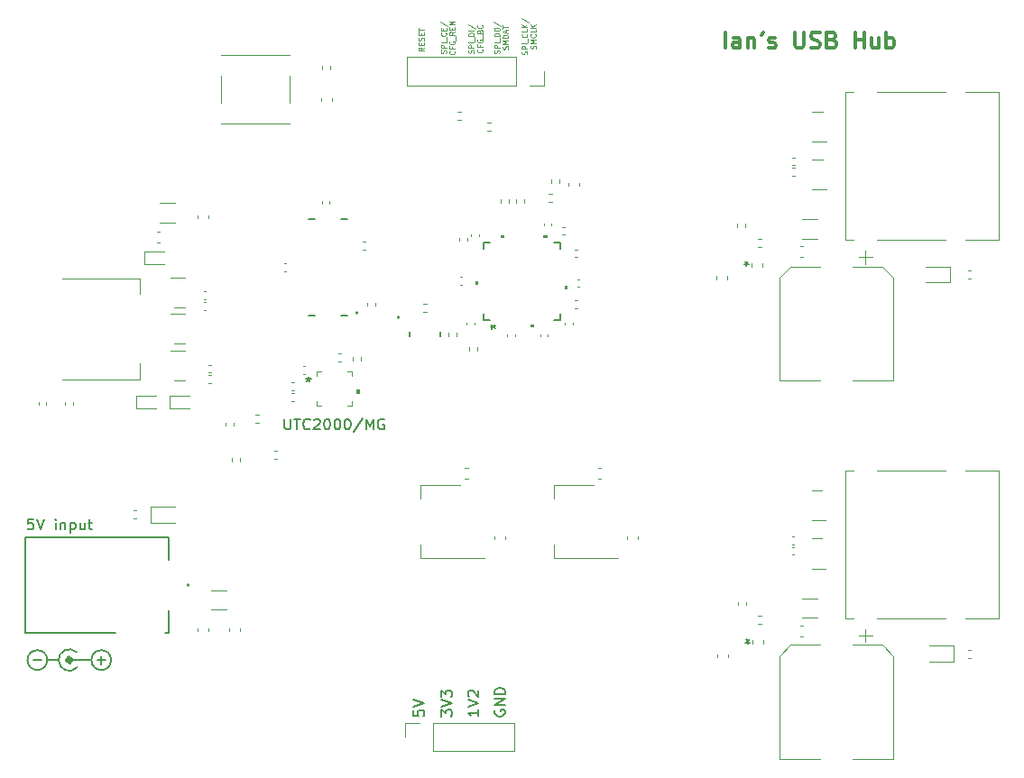
<source format=gbr>
%TF.GenerationSoftware,KiCad,Pcbnew,(6.0.11)*%
%TF.CreationDate,2023-09-18T23:50:21-04:00*%
%TF.ProjectId,USB-C-Hub,5553422d-432d-4487-9562-2e6b69636164,1.0*%
%TF.SameCoordinates,Original*%
%TF.FileFunction,Legend,Top*%
%TF.FilePolarity,Positive*%
%FSLAX46Y46*%
G04 Gerber Fmt 4.6, Leading zero omitted, Abs format (unit mm)*
G04 Created by KiCad (PCBNEW (6.0.11)) date 2023-09-18 23:50:21*
%MOMM*%
%LPD*%
G01*
G04 APERTURE LIST*
%ADD10C,0.075000*%
%ADD11C,0.150000*%
%ADD12C,0.300000*%
%ADD13C,0.120000*%
%ADD14C,0.152400*%
%ADD15C,0.500000*%
%ADD16C,0.100000*%
%ADD17C,0.127000*%
%ADD18C,0.200000*%
G04 APERTURE END LIST*
D10*
X90499880Y-29440476D02*
X90523690Y-29369047D01*
X90523690Y-29250000D01*
X90499880Y-29202380D01*
X90476071Y-29178571D01*
X90428452Y-29154761D01*
X90380833Y-29154761D01*
X90333214Y-29178571D01*
X90309404Y-29202380D01*
X90285595Y-29250000D01*
X90261785Y-29345238D01*
X90237976Y-29392857D01*
X90214166Y-29416666D01*
X90166547Y-29440476D01*
X90118928Y-29440476D01*
X90071309Y-29416666D01*
X90047500Y-29392857D01*
X90023690Y-29345238D01*
X90023690Y-29226190D01*
X90047500Y-29154761D01*
X90523690Y-28940476D02*
X90023690Y-28940476D01*
X90023690Y-28750000D01*
X90047500Y-28702380D01*
X90071309Y-28678571D01*
X90118928Y-28654761D01*
X90190357Y-28654761D01*
X90237976Y-28678571D01*
X90261785Y-28702380D01*
X90285595Y-28750000D01*
X90285595Y-28940476D01*
X90523690Y-28440476D02*
X90023690Y-28440476D01*
X90571309Y-28321428D02*
X90571309Y-27940476D01*
X90476071Y-27535714D02*
X90499880Y-27559523D01*
X90523690Y-27630952D01*
X90523690Y-27678571D01*
X90499880Y-27750000D01*
X90452261Y-27797619D01*
X90404642Y-27821428D01*
X90309404Y-27845238D01*
X90237976Y-27845238D01*
X90142738Y-27821428D01*
X90095119Y-27797619D01*
X90047500Y-27750000D01*
X90023690Y-27678571D01*
X90023690Y-27630952D01*
X90047500Y-27559523D01*
X90071309Y-27535714D01*
X90261785Y-27321428D02*
X90261785Y-27154761D01*
X90523690Y-27083333D02*
X90523690Y-27321428D01*
X90023690Y-27321428D01*
X90023690Y-27083333D01*
X89999880Y-26511904D02*
X90642738Y-26940476D01*
X91281071Y-29261904D02*
X91304880Y-29285714D01*
X91328690Y-29357142D01*
X91328690Y-29404761D01*
X91304880Y-29476190D01*
X91257261Y-29523809D01*
X91209642Y-29547619D01*
X91114404Y-29571428D01*
X91042976Y-29571428D01*
X90947738Y-29547619D01*
X90900119Y-29523809D01*
X90852500Y-29476190D01*
X90828690Y-29404761D01*
X90828690Y-29357142D01*
X90852500Y-29285714D01*
X90876309Y-29261904D01*
X91066785Y-28880952D02*
X91066785Y-29047619D01*
X91328690Y-29047619D02*
X90828690Y-29047619D01*
X90828690Y-28809523D01*
X90852500Y-28357142D02*
X90828690Y-28404761D01*
X90828690Y-28476190D01*
X90852500Y-28547619D01*
X90900119Y-28595238D01*
X90947738Y-28619047D01*
X91042976Y-28642857D01*
X91114404Y-28642857D01*
X91209642Y-28619047D01*
X91257261Y-28595238D01*
X91304880Y-28547619D01*
X91328690Y-28476190D01*
X91328690Y-28428571D01*
X91304880Y-28357142D01*
X91281071Y-28333333D01*
X91114404Y-28333333D01*
X91114404Y-28428571D01*
X91376309Y-28238095D02*
X91376309Y-27857142D01*
X91328690Y-27452380D02*
X91090595Y-27619047D01*
X91328690Y-27738095D02*
X90828690Y-27738095D01*
X90828690Y-27547619D01*
X90852500Y-27500000D01*
X90876309Y-27476190D01*
X90923928Y-27452380D01*
X90995357Y-27452380D01*
X91042976Y-27476190D01*
X91066785Y-27500000D01*
X91090595Y-27547619D01*
X91090595Y-27738095D01*
X91066785Y-27238095D02*
X91066785Y-27071428D01*
X91328690Y-27000000D02*
X91328690Y-27238095D01*
X90828690Y-27238095D01*
X90828690Y-27000000D01*
X91328690Y-26785714D02*
X90828690Y-26785714D01*
X91185833Y-26619047D01*
X90828690Y-26452380D01*
X91328690Y-26452380D01*
D11*
X93552380Y-91119047D02*
X93552380Y-91690476D01*
X93552380Y-91404761D02*
X92552380Y-91404761D01*
X92695238Y-91500000D01*
X92790476Y-91595238D01*
X92838095Y-91690476D01*
X92552380Y-90833333D02*
X93552380Y-90500000D01*
X92552380Y-90166666D01*
X92647619Y-89880952D02*
X92600000Y-89833333D01*
X92552380Y-89738095D01*
X92552380Y-89500000D01*
X92600000Y-89404761D01*
X92647619Y-89357142D01*
X92742857Y-89309523D01*
X92838095Y-89309523D01*
X92980952Y-89357142D01*
X93552380Y-89928571D01*
X93552380Y-89309523D01*
X90052380Y-91738095D02*
X90052380Y-91119047D01*
X90433333Y-91452380D01*
X90433333Y-91309523D01*
X90480952Y-91214285D01*
X90528571Y-91166666D01*
X90623809Y-91119047D01*
X90861904Y-91119047D01*
X90957142Y-91166666D01*
X91004761Y-91214285D01*
X91052380Y-91309523D01*
X91052380Y-91595238D01*
X91004761Y-91690476D01*
X90957142Y-91738095D01*
X90052380Y-90833333D02*
X91052380Y-90500000D01*
X90052380Y-90166666D01*
X90052380Y-89928571D02*
X90052380Y-89309523D01*
X90433333Y-89642857D01*
X90433333Y-89500000D01*
X90480952Y-89404761D01*
X90528571Y-89357142D01*
X90623809Y-89309523D01*
X90861904Y-89309523D01*
X90957142Y-89357142D01*
X91004761Y-89404761D01*
X91052380Y-89500000D01*
X91052380Y-89785714D01*
X91004761Y-89880952D01*
X90957142Y-89928571D01*
X51769047Y-86471428D02*
X52530952Y-86471428D01*
X95100000Y-91161904D02*
X95052380Y-91257142D01*
X95052380Y-91400000D01*
X95100000Y-91542857D01*
X95195238Y-91638095D01*
X95290476Y-91685714D01*
X95480952Y-91733333D01*
X95623809Y-91733333D01*
X95814285Y-91685714D01*
X95909523Y-91638095D01*
X96004761Y-91542857D01*
X96052380Y-91400000D01*
X96052380Y-91304761D01*
X96004761Y-91161904D01*
X95957142Y-91114285D01*
X95623809Y-91114285D01*
X95623809Y-91304761D01*
X96052380Y-90685714D02*
X95052380Y-90685714D01*
X96052380Y-90114285D01*
X95052380Y-90114285D01*
X96052380Y-89638095D02*
X95052380Y-89638095D01*
X95052380Y-89400000D01*
X95100000Y-89257142D01*
X95195238Y-89161904D01*
X95290476Y-89114285D01*
X95480952Y-89066666D01*
X95623809Y-89066666D01*
X95814285Y-89114285D01*
X95909523Y-89161904D01*
X96004761Y-89257142D01*
X96052380Y-89400000D01*
X96052380Y-89638095D01*
D10*
X88426190Y-28926190D02*
X88188095Y-29092857D01*
X88426190Y-29211904D02*
X87926190Y-29211904D01*
X87926190Y-29021428D01*
X87950000Y-28973809D01*
X87973809Y-28950000D01*
X88021428Y-28926190D01*
X88092857Y-28926190D01*
X88140476Y-28950000D01*
X88164285Y-28973809D01*
X88188095Y-29021428D01*
X88188095Y-29211904D01*
X88164285Y-28711904D02*
X88164285Y-28545238D01*
X88426190Y-28473809D02*
X88426190Y-28711904D01*
X87926190Y-28711904D01*
X87926190Y-28473809D01*
X88402380Y-28283333D02*
X88426190Y-28211904D01*
X88426190Y-28092857D01*
X88402380Y-28045238D01*
X88378571Y-28021428D01*
X88330952Y-27997619D01*
X88283333Y-27997619D01*
X88235714Y-28021428D01*
X88211904Y-28045238D01*
X88188095Y-28092857D01*
X88164285Y-28188095D01*
X88140476Y-28235714D01*
X88116666Y-28259523D01*
X88069047Y-28283333D01*
X88021428Y-28283333D01*
X87973809Y-28259523D01*
X87950000Y-28235714D01*
X87926190Y-28188095D01*
X87926190Y-28069047D01*
X87950000Y-27997619D01*
X88164285Y-27783333D02*
X88164285Y-27616666D01*
X88426190Y-27545238D02*
X88426190Y-27783333D01*
X87926190Y-27783333D01*
X87926190Y-27545238D01*
X87926190Y-27402380D02*
X87926190Y-27116666D01*
X88426190Y-27259523D02*
X87926190Y-27259523D01*
X98099880Y-29566666D02*
X98123690Y-29495238D01*
X98123690Y-29376190D01*
X98099880Y-29328571D01*
X98076071Y-29304761D01*
X98028452Y-29280952D01*
X97980833Y-29280952D01*
X97933214Y-29304761D01*
X97909404Y-29328571D01*
X97885595Y-29376190D01*
X97861785Y-29471428D01*
X97837976Y-29519047D01*
X97814166Y-29542857D01*
X97766547Y-29566666D01*
X97718928Y-29566666D01*
X97671309Y-29542857D01*
X97647500Y-29519047D01*
X97623690Y-29471428D01*
X97623690Y-29352380D01*
X97647500Y-29280952D01*
X98123690Y-29066666D02*
X97623690Y-29066666D01*
X97623690Y-28876190D01*
X97647500Y-28828571D01*
X97671309Y-28804761D01*
X97718928Y-28780952D01*
X97790357Y-28780952D01*
X97837976Y-28804761D01*
X97861785Y-28828571D01*
X97885595Y-28876190D01*
X97885595Y-29066666D01*
X98123690Y-28566666D02*
X97623690Y-28566666D01*
X98171309Y-28447619D02*
X98171309Y-28066666D01*
X98076071Y-27661904D02*
X98099880Y-27685714D01*
X98123690Y-27757142D01*
X98123690Y-27804761D01*
X98099880Y-27876190D01*
X98052261Y-27923809D01*
X98004642Y-27947619D01*
X97909404Y-27971428D01*
X97837976Y-27971428D01*
X97742738Y-27947619D01*
X97695119Y-27923809D01*
X97647500Y-27876190D01*
X97623690Y-27804761D01*
X97623690Y-27757142D01*
X97647500Y-27685714D01*
X97671309Y-27661904D01*
X98123690Y-27209523D02*
X98123690Y-27447619D01*
X97623690Y-27447619D01*
X98123690Y-27042857D02*
X97623690Y-27042857D01*
X98123690Y-26757142D02*
X97837976Y-26971428D01*
X97623690Y-26757142D02*
X97909404Y-27042857D01*
X97599880Y-26185714D02*
X98242738Y-26614285D01*
X98904880Y-29030952D02*
X98928690Y-28959523D01*
X98928690Y-28840476D01*
X98904880Y-28792857D01*
X98881071Y-28769047D01*
X98833452Y-28745238D01*
X98785833Y-28745238D01*
X98738214Y-28769047D01*
X98714404Y-28792857D01*
X98690595Y-28840476D01*
X98666785Y-28935714D01*
X98642976Y-28983333D01*
X98619166Y-29007142D01*
X98571547Y-29030952D01*
X98523928Y-29030952D01*
X98476309Y-29007142D01*
X98452500Y-28983333D01*
X98428690Y-28935714D01*
X98428690Y-28816666D01*
X98452500Y-28745238D01*
X98928690Y-28530952D02*
X98428690Y-28530952D01*
X98785833Y-28364285D01*
X98428690Y-28197619D01*
X98928690Y-28197619D01*
X98881071Y-27673809D02*
X98904880Y-27697619D01*
X98928690Y-27769047D01*
X98928690Y-27816666D01*
X98904880Y-27888095D01*
X98857261Y-27935714D01*
X98809642Y-27959523D01*
X98714404Y-27983333D01*
X98642976Y-27983333D01*
X98547738Y-27959523D01*
X98500119Y-27935714D01*
X98452500Y-27888095D01*
X98428690Y-27816666D01*
X98428690Y-27769047D01*
X98452500Y-27697619D01*
X98476309Y-27673809D01*
X98928690Y-27221428D02*
X98928690Y-27459523D01*
X98428690Y-27459523D01*
X98928690Y-27054761D02*
X98428690Y-27054761D01*
X98928690Y-26769047D02*
X98642976Y-26983333D01*
X98428690Y-26769047D02*
X98714404Y-27054761D01*
X93099880Y-29433333D02*
X93123690Y-29361904D01*
X93123690Y-29242857D01*
X93099880Y-29195238D01*
X93076071Y-29171428D01*
X93028452Y-29147619D01*
X92980833Y-29147619D01*
X92933214Y-29171428D01*
X92909404Y-29195238D01*
X92885595Y-29242857D01*
X92861785Y-29338095D01*
X92837976Y-29385714D01*
X92814166Y-29409523D01*
X92766547Y-29433333D01*
X92718928Y-29433333D01*
X92671309Y-29409523D01*
X92647500Y-29385714D01*
X92623690Y-29338095D01*
X92623690Y-29219047D01*
X92647500Y-29147619D01*
X93123690Y-28933333D02*
X92623690Y-28933333D01*
X92623690Y-28742857D01*
X92647500Y-28695238D01*
X92671309Y-28671428D01*
X92718928Y-28647619D01*
X92790357Y-28647619D01*
X92837976Y-28671428D01*
X92861785Y-28695238D01*
X92885595Y-28742857D01*
X92885595Y-28933333D01*
X93123690Y-28433333D02*
X92623690Y-28433333D01*
X93171309Y-28314285D02*
X93171309Y-27933333D01*
X93123690Y-27814285D02*
X92623690Y-27814285D01*
X92623690Y-27695238D01*
X92647500Y-27623809D01*
X92695119Y-27576190D01*
X92742738Y-27552380D01*
X92837976Y-27528571D01*
X92909404Y-27528571D01*
X93004642Y-27552380D01*
X93052261Y-27576190D01*
X93099880Y-27623809D01*
X93123690Y-27695238D01*
X93123690Y-27814285D01*
X93123690Y-27314285D02*
X92623690Y-27314285D01*
X92599880Y-26719047D02*
X93242738Y-27147619D01*
X93881071Y-29100000D02*
X93904880Y-29123809D01*
X93928690Y-29195238D01*
X93928690Y-29242857D01*
X93904880Y-29314285D01*
X93857261Y-29361904D01*
X93809642Y-29385714D01*
X93714404Y-29409523D01*
X93642976Y-29409523D01*
X93547738Y-29385714D01*
X93500119Y-29361904D01*
X93452500Y-29314285D01*
X93428690Y-29242857D01*
X93428690Y-29195238D01*
X93452500Y-29123809D01*
X93476309Y-29100000D01*
X93666785Y-28719047D02*
X93666785Y-28885714D01*
X93928690Y-28885714D02*
X93428690Y-28885714D01*
X93428690Y-28647619D01*
X93452500Y-28195238D02*
X93428690Y-28242857D01*
X93428690Y-28314285D01*
X93452500Y-28385714D01*
X93500119Y-28433333D01*
X93547738Y-28457142D01*
X93642976Y-28480952D01*
X93714404Y-28480952D01*
X93809642Y-28457142D01*
X93857261Y-28433333D01*
X93904880Y-28385714D01*
X93928690Y-28314285D01*
X93928690Y-28266666D01*
X93904880Y-28195238D01*
X93881071Y-28171428D01*
X93714404Y-28171428D01*
X93714404Y-28266666D01*
X93976309Y-28076190D02*
X93976309Y-27695238D01*
X93666785Y-27409523D02*
X93690595Y-27338095D01*
X93714404Y-27314285D01*
X93762023Y-27290476D01*
X93833452Y-27290476D01*
X93881071Y-27314285D01*
X93904880Y-27338095D01*
X93928690Y-27385714D01*
X93928690Y-27576190D01*
X93428690Y-27576190D01*
X93428690Y-27409523D01*
X93452500Y-27361904D01*
X93476309Y-27338095D01*
X93523928Y-27314285D01*
X93571547Y-27314285D01*
X93619166Y-27338095D01*
X93642976Y-27361904D01*
X93666785Y-27409523D01*
X93666785Y-27576190D01*
X93881071Y-26790476D02*
X93904880Y-26814285D01*
X93928690Y-26885714D01*
X93928690Y-26933333D01*
X93904880Y-27004761D01*
X93857261Y-27052380D01*
X93809642Y-27076190D01*
X93714404Y-27100000D01*
X93642976Y-27100000D01*
X93547738Y-27076190D01*
X93500119Y-27052380D01*
X93452500Y-27004761D01*
X93428690Y-26933333D01*
X93428690Y-26885714D01*
X93452500Y-26814285D01*
X93476309Y-26790476D01*
D11*
X57769047Y-86446428D02*
X58530952Y-86446428D01*
X58150000Y-86827380D02*
X58150000Y-86065476D01*
D12*
X116742857Y-28978571D02*
X116742857Y-27478571D01*
X118100000Y-28978571D02*
X118100000Y-28192857D01*
X118028571Y-28050000D01*
X117885714Y-27978571D01*
X117600000Y-27978571D01*
X117457142Y-28050000D01*
X118100000Y-28907142D02*
X117957142Y-28978571D01*
X117600000Y-28978571D01*
X117457142Y-28907142D01*
X117385714Y-28764285D01*
X117385714Y-28621428D01*
X117457142Y-28478571D01*
X117600000Y-28407142D01*
X117957142Y-28407142D01*
X118100000Y-28335714D01*
X118814285Y-27978571D02*
X118814285Y-28978571D01*
X118814285Y-28121428D02*
X118885714Y-28050000D01*
X119028571Y-27978571D01*
X119242857Y-27978571D01*
X119385714Y-28050000D01*
X119457142Y-28192857D01*
X119457142Y-28978571D01*
X120242857Y-27478571D02*
X120100000Y-27764285D01*
X120814285Y-28907142D02*
X120957142Y-28978571D01*
X121242857Y-28978571D01*
X121385714Y-28907142D01*
X121457142Y-28764285D01*
X121457142Y-28692857D01*
X121385714Y-28550000D01*
X121242857Y-28478571D01*
X121028571Y-28478571D01*
X120885714Y-28407142D01*
X120814285Y-28264285D01*
X120814285Y-28192857D01*
X120885714Y-28050000D01*
X121028571Y-27978571D01*
X121242857Y-27978571D01*
X121385714Y-28050000D01*
X123242857Y-27478571D02*
X123242857Y-28692857D01*
X123314285Y-28835714D01*
X123385714Y-28907142D01*
X123528571Y-28978571D01*
X123814285Y-28978571D01*
X123957142Y-28907142D01*
X124028571Y-28835714D01*
X124100000Y-28692857D01*
X124100000Y-27478571D01*
X124742857Y-28907142D02*
X124957142Y-28978571D01*
X125314285Y-28978571D01*
X125457142Y-28907142D01*
X125528571Y-28835714D01*
X125600000Y-28692857D01*
X125600000Y-28550000D01*
X125528571Y-28407142D01*
X125457142Y-28335714D01*
X125314285Y-28264285D01*
X125028571Y-28192857D01*
X124885714Y-28121428D01*
X124814285Y-28050000D01*
X124742857Y-27907142D01*
X124742857Y-27764285D01*
X124814285Y-27621428D01*
X124885714Y-27550000D01*
X125028571Y-27478571D01*
X125385714Y-27478571D01*
X125600000Y-27550000D01*
X126742857Y-28192857D02*
X126957142Y-28264285D01*
X127028571Y-28335714D01*
X127100000Y-28478571D01*
X127100000Y-28692857D01*
X127028571Y-28835714D01*
X126957142Y-28907142D01*
X126814285Y-28978571D01*
X126242857Y-28978571D01*
X126242857Y-27478571D01*
X126742857Y-27478571D01*
X126885714Y-27550000D01*
X126957142Y-27621428D01*
X127028571Y-27764285D01*
X127028571Y-27907142D01*
X126957142Y-28050000D01*
X126885714Y-28121428D01*
X126742857Y-28192857D01*
X126242857Y-28192857D01*
X128885714Y-28978571D02*
X128885714Y-27478571D01*
X128885714Y-28192857D02*
X129742857Y-28192857D01*
X129742857Y-28978571D02*
X129742857Y-27478571D01*
X131100000Y-27978571D02*
X131100000Y-28978571D01*
X130457142Y-27978571D02*
X130457142Y-28764285D01*
X130528571Y-28907142D01*
X130671428Y-28978571D01*
X130885714Y-28978571D01*
X131028571Y-28907142D01*
X131100000Y-28835714D01*
X131814285Y-28978571D02*
X131814285Y-27478571D01*
X131814285Y-28050000D02*
X131957142Y-27978571D01*
X132242857Y-27978571D01*
X132385714Y-28050000D01*
X132457142Y-28121428D01*
X132528571Y-28264285D01*
X132528571Y-28692857D01*
X132457142Y-28835714D01*
X132385714Y-28907142D01*
X132242857Y-28978571D01*
X131957142Y-28978571D01*
X131814285Y-28907142D01*
D11*
X51772619Y-73202380D02*
X51296428Y-73202380D01*
X51248809Y-73678571D01*
X51296428Y-73630952D01*
X51391666Y-73583333D01*
X51629761Y-73583333D01*
X51725000Y-73630952D01*
X51772619Y-73678571D01*
X51820238Y-73773809D01*
X51820238Y-74011904D01*
X51772619Y-74107142D01*
X51725000Y-74154761D01*
X51629761Y-74202380D01*
X51391666Y-74202380D01*
X51296428Y-74154761D01*
X51248809Y-74107142D01*
X52105952Y-73202380D02*
X52439285Y-74202380D01*
X52772619Y-73202380D01*
X53867857Y-74202380D02*
X53867857Y-73535714D01*
X53867857Y-73202380D02*
X53820238Y-73250000D01*
X53867857Y-73297619D01*
X53915476Y-73250000D01*
X53867857Y-73202380D01*
X53867857Y-73297619D01*
X54344047Y-73535714D02*
X54344047Y-74202380D01*
X54344047Y-73630952D02*
X54391666Y-73583333D01*
X54486904Y-73535714D01*
X54629761Y-73535714D01*
X54725000Y-73583333D01*
X54772619Y-73678571D01*
X54772619Y-74202380D01*
X55248809Y-73535714D02*
X55248809Y-74535714D01*
X55248809Y-73583333D02*
X55344047Y-73535714D01*
X55534523Y-73535714D01*
X55629761Y-73583333D01*
X55677380Y-73630952D01*
X55725000Y-73726190D01*
X55725000Y-74011904D01*
X55677380Y-74107142D01*
X55629761Y-74154761D01*
X55534523Y-74202380D01*
X55344047Y-74202380D01*
X55248809Y-74154761D01*
X56582142Y-73535714D02*
X56582142Y-74202380D01*
X56153571Y-73535714D02*
X56153571Y-74059523D01*
X56201190Y-74154761D01*
X56296428Y-74202380D01*
X56439285Y-74202380D01*
X56534523Y-74154761D01*
X56582142Y-74107142D01*
X56915476Y-73535714D02*
X57296428Y-73535714D01*
X57058333Y-73202380D02*
X57058333Y-74059523D01*
X57105952Y-74154761D01*
X57201190Y-74202380D01*
X57296428Y-74202380D01*
X87452380Y-91190476D02*
X87452380Y-91666666D01*
X87928571Y-91714285D01*
X87880952Y-91666666D01*
X87833333Y-91571428D01*
X87833333Y-91333333D01*
X87880952Y-91238095D01*
X87928571Y-91190476D01*
X88023809Y-91142857D01*
X88261904Y-91142857D01*
X88357142Y-91190476D01*
X88404761Y-91238095D01*
X88452380Y-91333333D01*
X88452380Y-91571428D01*
X88404761Y-91666666D01*
X88357142Y-91714285D01*
X87452380Y-90857142D02*
X88452380Y-90523809D01*
X87452380Y-90190476D01*
D10*
X95499880Y-29476190D02*
X95523690Y-29404761D01*
X95523690Y-29285714D01*
X95499880Y-29238095D01*
X95476071Y-29214285D01*
X95428452Y-29190476D01*
X95380833Y-29190476D01*
X95333214Y-29214285D01*
X95309404Y-29238095D01*
X95285595Y-29285714D01*
X95261785Y-29380952D01*
X95237976Y-29428571D01*
X95214166Y-29452380D01*
X95166547Y-29476190D01*
X95118928Y-29476190D01*
X95071309Y-29452380D01*
X95047500Y-29428571D01*
X95023690Y-29380952D01*
X95023690Y-29261904D01*
X95047500Y-29190476D01*
X95523690Y-28976190D02*
X95023690Y-28976190D01*
X95023690Y-28785714D01*
X95047500Y-28738095D01*
X95071309Y-28714285D01*
X95118928Y-28690476D01*
X95190357Y-28690476D01*
X95237976Y-28714285D01*
X95261785Y-28738095D01*
X95285595Y-28785714D01*
X95285595Y-28976190D01*
X95523690Y-28476190D02*
X95023690Y-28476190D01*
X95571309Y-28357142D02*
X95571309Y-27976190D01*
X95523690Y-27857142D02*
X95023690Y-27857142D01*
X95023690Y-27738095D01*
X95047500Y-27666666D01*
X95095119Y-27619047D01*
X95142738Y-27595238D01*
X95237976Y-27571428D01*
X95309404Y-27571428D01*
X95404642Y-27595238D01*
X95452261Y-27619047D01*
X95499880Y-27666666D01*
X95523690Y-27738095D01*
X95523690Y-27857142D01*
X95023690Y-27261904D02*
X95023690Y-27166666D01*
X95047500Y-27119047D01*
X95095119Y-27071428D01*
X95190357Y-27047619D01*
X95357023Y-27047619D01*
X95452261Y-27071428D01*
X95499880Y-27119047D01*
X95523690Y-27166666D01*
X95523690Y-27261904D01*
X95499880Y-27309523D01*
X95452261Y-27357142D01*
X95357023Y-27380952D01*
X95190357Y-27380952D01*
X95095119Y-27357142D01*
X95047500Y-27309523D01*
X95023690Y-27261904D01*
X94999880Y-26476190D02*
X95642738Y-26904761D01*
X96304880Y-29083333D02*
X96328690Y-29011904D01*
X96328690Y-28892857D01*
X96304880Y-28845238D01*
X96281071Y-28821428D01*
X96233452Y-28797619D01*
X96185833Y-28797619D01*
X96138214Y-28821428D01*
X96114404Y-28845238D01*
X96090595Y-28892857D01*
X96066785Y-28988095D01*
X96042976Y-29035714D01*
X96019166Y-29059523D01*
X95971547Y-29083333D01*
X95923928Y-29083333D01*
X95876309Y-29059523D01*
X95852500Y-29035714D01*
X95828690Y-28988095D01*
X95828690Y-28869047D01*
X95852500Y-28797619D01*
X96328690Y-28583333D02*
X95828690Y-28583333D01*
X96185833Y-28416666D01*
X95828690Y-28250000D01*
X96328690Y-28250000D01*
X96328690Y-28011904D02*
X95828690Y-28011904D01*
X95828690Y-27892857D01*
X95852500Y-27821428D01*
X95900119Y-27773809D01*
X95947738Y-27750000D01*
X96042976Y-27726190D01*
X96114404Y-27726190D01*
X96209642Y-27750000D01*
X96257261Y-27773809D01*
X96304880Y-27821428D01*
X96328690Y-27892857D01*
X96328690Y-28011904D01*
X96185833Y-27535714D02*
X96185833Y-27297619D01*
X96328690Y-27583333D02*
X95828690Y-27416666D01*
X96328690Y-27250000D01*
X95828690Y-27154761D02*
X95828690Y-26869047D01*
X96328690Y-27011904D02*
X95828690Y-27011904D01*
D11*
%TO.C,U1*%
X94672381Y-55146400D02*
X94910477Y-55146400D01*
X94815239Y-55384495D02*
X94910477Y-55146400D01*
X94815239Y-54908304D01*
X95100953Y-55289257D02*
X94910477Y-55146400D01*
X95100953Y-55003542D01*
%TO.C,U7*%
X118700000Y-49447619D02*
X118700000Y-49209523D01*
X118938095Y-49304761D02*
X118700000Y-49209523D01*
X118461904Y-49304761D01*
X118842857Y-49019047D02*
X118700000Y-49209523D01*
X118557142Y-49019047D01*
%TO.C,U4*%
X118800000Y-84947619D02*
X118800000Y-84709523D01*
X119038095Y-84804761D02*
X118800000Y-84709523D01*
X118561904Y-84804761D01*
X118942857Y-84519047D02*
X118800000Y-84709523D01*
X118657142Y-84519047D01*
%TO.C,U2*%
X75353333Y-63802380D02*
X75353333Y-64611904D01*
X75400952Y-64707142D01*
X75448571Y-64754761D01*
X75543809Y-64802380D01*
X75734285Y-64802380D01*
X75829523Y-64754761D01*
X75877142Y-64707142D01*
X75924761Y-64611904D01*
X75924761Y-63802380D01*
X76258095Y-63802380D02*
X76829523Y-63802380D01*
X76543809Y-64802380D02*
X76543809Y-63802380D01*
X77734285Y-64707142D02*
X77686666Y-64754761D01*
X77543809Y-64802380D01*
X77448571Y-64802380D01*
X77305714Y-64754761D01*
X77210476Y-64659523D01*
X77162857Y-64564285D01*
X77115238Y-64373809D01*
X77115238Y-64230952D01*
X77162857Y-64040476D01*
X77210476Y-63945238D01*
X77305714Y-63850000D01*
X77448571Y-63802380D01*
X77543809Y-63802380D01*
X77686666Y-63850000D01*
X77734285Y-63897619D01*
X78115238Y-63897619D02*
X78162857Y-63850000D01*
X78258095Y-63802380D01*
X78496190Y-63802380D01*
X78591428Y-63850000D01*
X78639047Y-63897619D01*
X78686666Y-63992857D01*
X78686666Y-64088095D01*
X78639047Y-64230952D01*
X78067619Y-64802380D01*
X78686666Y-64802380D01*
X79305714Y-63802380D02*
X79400952Y-63802380D01*
X79496190Y-63850000D01*
X79543809Y-63897619D01*
X79591428Y-63992857D01*
X79639047Y-64183333D01*
X79639047Y-64421428D01*
X79591428Y-64611904D01*
X79543809Y-64707142D01*
X79496190Y-64754761D01*
X79400952Y-64802380D01*
X79305714Y-64802380D01*
X79210476Y-64754761D01*
X79162857Y-64707142D01*
X79115238Y-64611904D01*
X79067619Y-64421428D01*
X79067619Y-64183333D01*
X79115238Y-63992857D01*
X79162857Y-63897619D01*
X79210476Y-63850000D01*
X79305714Y-63802380D01*
X80258095Y-63802380D02*
X80353333Y-63802380D01*
X80448571Y-63850000D01*
X80496190Y-63897619D01*
X80543809Y-63992857D01*
X80591428Y-64183333D01*
X80591428Y-64421428D01*
X80543809Y-64611904D01*
X80496190Y-64707142D01*
X80448571Y-64754761D01*
X80353333Y-64802380D01*
X80258095Y-64802380D01*
X80162857Y-64754761D01*
X80115238Y-64707142D01*
X80067619Y-64611904D01*
X80020000Y-64421428D01*
X80020000Y-64183333D01*
X80067619Y-63992857D01*
X80115238Y-63897619D01*
X80162857Y-63850000D01*
X80258095Y-63802380D01*
X81210476Y-63802380D02*
X81305714Y-63802380D01*
X81400952Y-63850000D01*
X81448571Y-63897619D01*
X81496190Y-63992857D01*
X81543809Y-64183333D01*
X81543809Y-64421428D01*
X81496190Y-64611904D01*
X81448571Y-64707142D01*
X81400952Y-64754761D01*
X81305714Y-64802380D01*
X81210476Y-64802380D01*
X81115238Y-64754761D01*
X81067619Y-64707142D01*
X81020000Y-64611904D01*
X80972380Y-64421428D01*
X80972380Y-64183333D01*
X81020000Y-63992857D01*
X81067619Y-63897619D01*
X81115238Y-63850000D01*
X81210476Y-63802380D01*
X82686666Y-63754761D02*
X81829523Y-65040476D01*
X83020000Y-64802380D02*
X83020000Y-63802380D01*
X83353333Y-64516666D01*
X83686666Y-63802380D01*
X83686666Y-64802380D01*
X84686666Y-63850000D02*
X84591428Y-63802380D01*
X84448571Y-63802380D01*
X84305714Y-63850000D01*
X84210476Y-63945238D01*
X84162857Y-64040476D01*
X84115238Y-64230952D01*
X84115238Y-64373809D01*
X84162857Y-64564285D01*
X84210476Y-64659523D01*
X84305714Y-64754761D01*
X84448571Y-64802380D01*
X84543809Y-64802380D01*
X84686666Y-64754761D01*
X84734285Y-64707142D01*
X84734285Y-64373809D01*
X84543809Y-64373809D01*
X77581600Y-59852380D02*
X77581600Y-60090476D01*
X77343504Y-59995238D02*
X77581600Y-60090476D01*
X77819695Y-59995238D01*
X77438742Y-60280952D02*
X77581600Y-60090476D01*
X77724457Y-60280952D01*
D13*
%TO.C,C8*%
X68230000Y-44709420D02*
X68230000Y-44990580D01*
X67210000Y-44709420D02*
X67210000Y-44990580D01*
%TO.C,C45*%
X120230000Y-49209420D02*
X120230000Y-49490580D01*
X119210000Y-49209420D02*
X119210000Y-49490580D01*
%TO.C,R8*%
X78880000Y-30638205D02*
X78880000Y-30945487D01*
X79640000Y-30638205D02*
X79640000Y-30945487D01*
%TO.C,C35*%
X102612165Y-47886400D02*
X102827837Y-47886400D01*
X102612165Y-48606400D02*
X102827837Y-48606400D01*
%TO.C,C39*%
X131415563Y-49490000D02*
X132480000Y-50554437D01*
X130505000Y-48625000D02*
X129255000Y-48625000D01*
X129880000Y-48000000D02*
X129880000Y-49250000D01*
X122824437Y-49490000D02*
X121760000Y-50554437D01*
X121760000Y-60210000D02*
X125610000Y-60210000D01*
X132480000Y-50554437D02*
X132480000Y-60210000D01*
X131415563Y-49490000D02*
X128630000Y-49490000D01*
X132480000Y-60210000D02*
X128630000Y-60210000D01*
X122824437Y-49490000D02*
X125610000Y-49490000D01*
X121760000Y-50554437D02*
X121760000Y-60210000D01*
%TO.C,Rlimit1*%
X119791659Y-82270000D02*
X120098941Y-82270000D01*
X119791659Y-83030000D02*
X120098941Y-83030000D01*
%TO.C,C23*%
X108530001Y-75090580D02*
X108530001Y-74809420D01*
X107510001Y-75090580D02*
X107510001Y-74809420D01*
%TO.C,SW1*%
X75850000Y-36080000D02*
X75850000Y-36050000D01*
X69390000Y-31550000D02*
X69390000Y-34150000D01*
X75850000Y-29620000D02*
X75850000Y-29650000D01*
X69390000Y-29650000D02*
X69390000Y-29620000D01*
X75850000Y-31550000D02*
X75850000Y-34150000D01*
X69390000Y-36080000D02*
X75850000Y-36080000D01*
X69390000Y-29620000D02*
X75850000Y-29620000D01*
X69390000Y-36080000D02*
X69390000Y-36050000D01*
D14*
%TO.C,U1*%
X93987800Y-47217800D02*
X93987800Y-47815660D01*
X101252200Y-47815660D02*
X101252200Y-47217800D01*
X100654340Y-54482200D02*
X101252200Y-54482200D01*
X94585660Y-47217800D02*
X93987800Y-47217800D01*
X93987800Y-54482200D02*
X94585660Y-54482200D01*
X101252200Y-54482200D02*
X101252200Y-53884340D01*
X93987800Y-53884340D02*
X93987800Y-54482200D01*
X101252200Y-47217800D02*
X100654340Y-47217800D01*
G36*
X93556000Y-51240500D02*
G01*
X93302000Y-51240500D01*
X93302000Y-50859500D01*
X93556000Y-50859500D01*
X93556000Y-51240500D01*
G37*
G36*
X100010501Y-46786000D02*
G01*
X99629501Y-46786000D01*
X99629501Y-46532000D01*
X100010501Y-46532000D01*
X100010501Y-46786000D01*
G37*
G36*
X96010501Y-46786000D02*
G01*
X95629501Y-46786000D01*
X95629501Y-46532000D01*
X96010501Y-46532000D01*
X96010501Y-46786000D01*
G37*
G36*
X98810501Y-55168000D02*
G01*
X98429501Y-55168000D01*
X98429501Y-54914000D01*
X98810501Y-54914000D01*
X98810501Y-55168000D01*
G37*
G36*
X101938000Y-51640499D02*
G01*
X101684000Y-51640499D01*
X101684000Y-51259499D01*
X101938000Y-51259499D01*
X101938000Y-51640499D01*
G37*
D13*
%TO.C,D3*%
X66420000Y-61650000D02*
X64570000Y-61650000D01*
X64570000Y-61650000D02*
X64570000Y-62850000D01*
X66420000Y-62850000D02*
X64570000Y-62850000D01*
%TO.C,CR1*%
X65980000Y-53950000D02*
X64680000Y-53950000D01*
X65980000Y-56750000D02*
X64980000Y-56750000D01*
%TO.C,R16*%
X93400000Y-57096359D02*
X93400000Y-57403641D01*
X92640000Y-57096359D02*
X92640000Y-57403641D01*
%TO.C,D2*%
X64020000Y-48050000D02*
X62170000Y-48050000D01*
X64020000Y-49250000D02*
X62170000Y-49250000D01*
X62170000Y-48050000D02*
X62170000Y-49250000D01*
%TO.C,R18*%
X55500000Y-62196359D02*
X55500000Y-62503641D01*
X54740000Y-62196359D02*
X54740000Y-62503641D01*
%TO.C,CR4*%
X124820000Y-70550000D02*
X125820000Y-70550000D01*
X124820000Y-73350000D02*
X126120000Y-73350000D01*
%TO.C,C13*%
X67762164Y-52560000D02*
X67977836Y-52560000D01*
X67762164Y-51840000D02*
X67977836Y-51840000D01*
%TO.C,R20*%
X61453641Y-72420000D02*
X61146359Y-72420000D01*
X61453641Y-73180000D02*
X61146359Y-73180000D01*
D11*
%TO.C,REF\u002A\u002A*%
X55150000Y-86450000D02*
X57150000Y-86450000D01*
X53150000Y-86450000D02*
X54050000Y-86450000D01*
X55825000Y-85700000D02*
G75*
G03*
X55900000Y-87125000I-675000J-750000D01*
G01*
X59075000Y-86450000D02*
G75*
G03*
X59075000Y-86450000I-925000J0D01*
G01*
D15*
X55325000Y-86450000D02*
G75*
G03*
X55325000Y-86450000I-175000J0D01*
G01*
D11*
X53075000Y-86450000D02*
G75*
G03*
X53075000Y-86450000I-925000J0D01*
G01*
D13*
%TO.C,C24*%
X105060581Y-68440000D02*
X104779421Y-68440000D01*
X105060581Y-69460000D02*
X104779421Y-69460000D01*
%TO.C,C41*%
X92027836Y-50490000D02*
X91812164Y-50490000D01*
X92027836Y-51210000D02*
X91812164Y-51210000D01*
%TO.C,C4*%
X122962164Y-75560000D02*
X123177836Y-75560000D01*
X122962164Y-74840000D02*
X123177836Y-74840000D01*
%TO.C,R5*%
X97800000Y-43196359D02*
X97800000Y-43503641D01*
X97040000Y-43196359D02*
X97040000Y-43503641D01*
%TO.C,C38*%
X123729420Y-47590000D02*
X124010580Y-47590000D01*
X123729420Y-48610000D02*
X124010580Y-48610000D01*
%TO.C,R15*%
X91596359Y-35730000D02*
X91903641Y-35730000D01*
X91596359Y-34970000D02*
X91903641Y-34970000D01*
%TO.C,C32*%
X93580000Y-46657836D02*
X93580000Y-46442164D01*
X92860000Y-46657836D02*
X92860000Y-46442164D01*
%TO.C,CR6*%
X124870000Y-37750000D02*
X126170000Y-37750000D01*
X124870000Y-34950000D02*
X125870000Y-34950000D01*
%TO.C,C44*%
X82712164Y-47910000D02*
X82927836Y-47910000D01*
X82712164Y-47190000D02*
X82927836Y-47190000D01*
%TO.C,R19*%
X118625300Y-80996359D02*
X118625300Y-81303641D01*
X117865300Y-80996359D02*
X117865300Y-81303641D01*
%TO.C,C1*%
X90740000Y-55696359D02*
X90740000Y-56003641D01*
X91500000Y-55696359D02*
X91500000Y-56003641D01*
%TO.C,D4*%
X63320000Y-61650000D02*
X61470000Y-61650000D01*
X63320000Y-62850000D02*
X61470000Y-62850000D01*
X61470000Y-61650000D02*
X61470000Y-62850000D01*
%TO.C,C36*%
X102812165Y-51406400D02*
X103027837Y-51406400D01*
X102812165Y-50686400D02*
X103027837Y-50686400D01*
%TO.C,R12*%
X94396359Y-35970000D02*
X94703641Y-35970000D01*
X94396359Y-36730000D02*
X94703641Y-36730000D01*
%TO.C,C30*%
X101412164Y-46510000D02*
X101627836Y-46510000D01*
X101412164Y-45790000D02*
X101627836Y-45790000D01*
%TO.C,R10*%
X74673641Y-67530000D02*
X74366359Y-67530000D01*
X74673641Y-66770000D02*
X74366359Y-66770000D01*
%TO.C,R21*%
X139466359Y-86230000D02*
X139773641Y-86230000D01*
X139466359Y-85470000D02*
X139773641Y-85470000D01*
%TO.C,R14*%
X69820000Y-64146359D02*
X69820000Y-64453641D01*
X70580000Y-64146359D02*
X70580000Y-64453641D01*
%TO.C,C31*%
X102612165Y-52686400D02*
X102827837Y-52686400D01*
X102612165Y-53406400D02*
X102827837Y-53406400D01*
%TO.C,R7*%
X75966359Y-61370000D02*
X76273641Y-61370000D01*
X75966359Y-62130000D02*
X76273641Y-62130000D01*
%TO.C,C28*%
X92480000Y-47057836D02*
X92480000Y-46842164D01*
X91760000Y-47057836D02*
X91760000Y-46842164D01*
%TO.C,C33*%
X96260000Y-55838564D02*
X96260000Y-56054236D01*
X96980000Y-55838564D02*
X96980000Y-56054236D01*
%TO.C,U6*%
X88110001Y-76860000D02*
X88110001Y-75600000D01*
X88110001Y-70040000D02*
X88110001Y-71300000D01*
X91870001Y-70040000D02*
X88110001Y-70040000D01*
X94120001Y-76860000D02*
X88110001Y-76860000D01*
%TO.C,C16*%
X68212164Y-60435000D02*
X68427836Y-60435000D01*
X68212164Y-59715000D02*
X68427836Y-59715000D01*
%TO.C,FB1*%
X63592936Y-45360000D02*
X65047064Y-45360000D01*
X63592936Y-43540000D02*
X65047064Y-43540000D01*
%TO.C,C17*%
X123729420Y-83190000D02*
X124010580Y-83190000D01*
X123729420Y-84210000D02*
X124010580Y-84210000D01*
%TO.C,C7*%
X63379420Y-46240000D02*
X63660580Y-46240000D01*
X63379420Y-47260000D02*
X63660580Y-47260000D01*
%TO.C,C40*%
X101660001Y-54738564D02*
X101660001Y-54954236D01*
X102380001Y-54738564D02*
X102380001Y-54954236D01*
%TO.C,R1*%
X100350000Y-41336939D02*
X100350000Y-41644221D01*
X101110000Y-41336939D02*
X101110000Y-41644221D01*
%TO.C,D5*%
X138105000Y-85115000D02*
X135820000Y-85115000D01*
X138105000Y-86585000D02*
X138105000Y-85115000D01*
X135820000Y-86585000D02*
X138105000Y-86585000D01*
%TO.C,R3*%
X80366359Y-57670000D02*
X80673641Y-57670000D01*
X80366359Y-58430000D02*
X80673641Y-58430000D01*
%TO.C,C20*%
X71180000Y-83459420D02*
X71180000Y-83740580D01*
X70160000Y-83459420D02*
X70160000Y-83740580D01*
%TO.C,C6*%
X77277836Y-58840000D02*
X77062164Y-58840000D01*
X77277836Y-59560000D02*
X77062164Y-59560000D01*
%TO.C,C22*%
X119235300Y-84609420D02*
X119235300Y-84890580D01*
X120255300Y-84609420D02*
X120255300Y-84890580D01*
%TO.C,C29*%
X93180000Y-54742164D02*
X93180000Y-54957836D01*
X92460000Y-54742164D02*
X92460000Y-54957836D01*
%TO.C,C10*%
X123012164Y-40960000D02*
X123227836Y-40960000D01*
X123012164Y-40240000D02*
X123227836Y-40240000D01*
%TO.C,R2*%
X100473641Y-43430000D02*
X100166359Y-43430000D01*
X100473641Y-42670000D02*
X100166359Y-42670000D01*
%TO.C,R6*%
X81790000Y-58303641D02*
X81790000Y-57996359D01*
X82550000Y-58303641D02*
X82550000Y-57996359D01*
%TO.C,J2*%
X142380000Y-82550000D02*
X142380000Y-68630000D01*
X137370000Y-82550000D02*
X130920000Y-82550000D01*
X142380000Y-68630000D02*
X139270000Y-68630000D01*
X137370000Y-68630000D02*
X130920000Y-68630000D01*
X128010000Y-68630000D02*
X128720000Y-68630000D01*
X142380000Y-82550000D02*
X139270000Y-82550000D01*
X128010000Y-82550000D02*
X128720000Y-82550000D01*
X128010000Y-82550000D02*
X128010000Y-68630000D01*
%TO.C,C42*%
X79580000Y-43557836D02*
X79580000Y-43342164D01*
X78860000Y-43557836D02*
X78860000Y-43342164D01*
%TO.C,U2*%
X78394400Y-62159741D02*
X78394400Y-62575600D01*
X81645600Y-59740259D02*
X81645600Y-59324400D01*
X81645600Y-59324400D02*
X81229741Y-59324400D01*
X78810259Y-59324400D02*
X78394400Y-59324400D01*
X81645600Y-62575600D02*
X81645600Y-62159741D01*
X78394400Y-62575600D02*
X78810259Y-62575600D01*
X81229741Y-62575600D02*
X81645600Y-62575600D01*
X78394400Y-59324400D02*
X78394400Y-59740259D01*
G36*
X82331400Y-61390500D02*
G01*
X82077400Y-61390500D01*
X82077400Y-61009499D01*
X82331400Y-61009499D01*
X82331400Y-61390500D01*
G37*
D16*
X82331400Y-61390500D02*
X82077400Y-61390500D01*
X82077400Y-61009499D01*
X82331400Y-61009499D01*
X82331400Y-61390500D01*
D13*
%TO.C,C18*%
X132480000Y-86071937D02*
X132480000Y-95727500D01*
X121760000Y-95727500D02*
X125610000Y-95727500D01*
X130505000Y-84142500D02*
X129255000Y-84142500D01*
X131415563Y-85007500D02*
X128630000Y-85007500D01*
X121760000Y-86071937D02*
X121760000Y-95727500D01*
X122824437Y-85007500D02*
X125610000Y-85007500D01*
X132480000Y-95727500D02*
X128630000Y-95727500D01*
X131415563Y-85007500D02*
X132480000Y-86071937D01*
X129880000Y-83517500D02*
X129880000Y-84767500D01*
X122824437Y-85007500D02*
X121760000Y-86071937D01*
%TO.C,R4*%
X96400000Y-43196359D02*
X96400000Y-43503641D01*
X95640000Y-43196359D02*
X95640000Y-43503641D01*
%TO.C,C43*%
X75527836Y-49910000D02*
X75312164Y-49910000D01*
X75527836Y-49190000D02*
X75312164Y-49190000D01*
%TO.C,C27*%
X116955300Y-85909420D02*
X116955300Y-86190580D01*
X115935300Y-85909420D02*
X115935300Y-86190580D01*
%TO.C,C34*%
X99360000Y-55838564D02*
X99360000Y-56054236D01*
X100080000Y-55838564D02*
X100080000Y-56054236D01*
%TO.C,R17*%
X83140000Y-53203641D02*
X83140000Y-52896359D01*
X83900000Y-53203641D02*
X83900000Y-52896359D01*
%TO.C,J3*%
X128010000Y-46990000D02*
X128010000Y-33070000D01*
X128010000Y-33070000D02*
X128720000Y-33070000D01*
X142380000Y-46990000D02*
X142380000Y-33070000D01*
X128010000Y-46990000D02*
X128720000Y-46990000D01*
X137370000Y-46990000D02*
X130920000Y-46990000D01*
X137370000Y-33070000D02*
X130920000Y-33070000D01*
X142380000Y-33070000D02*
X139270000Y-33070000D01*
X142380000Y-46990000D02*
X139270000Y-46990000D01*
%TO.C,R23*%
X139453859Y-49870000D02*
X139761141Y-49870000D01*
X139453859Y-50630000D02*
X139761141Y-50630000D01*
D17*
%TO.C,U3*%
X81220000Y-54100000D02*
X80630000Y-54100000D01*
X77620000Y-54100000D02*
X78210000Y-54100000D01*
X77620000Y-45000000D02*
X78210000Y-45000000D01*
X81220000Y-45000000D02*
X80630000Y-45000000D01*
D18*
X82220000Y-53850000D02*
G75*
G03*
X82220000Y-53850000I-100000J0D01*
G01*
D13*
%TO.C,FB2*%
X123892936Y-80640000D02*
X125347064Y-80640000D01*
X123892936Y-82460000D02*
X125347064Y-82460000D01*
D14*
%TO.C,XTAL1*%
X89942400Y-56044960D02*
X89942400Y-55655040D01*
X87097600Y-55655040D02*
X87097600Y-56044960D01*
X86096200Y-54250000D02*
G75*
G03*
X86096200Y-54250000I-76200J0D01*
G01*
D13*
%TO.C,C2*%
X88673641Y-52970000D02*
X88366359Y-52970000D01*
X88673641Y-53730000D02*
X88366359Y-53730000D01*
%TO.C,R9*%
X75966359Y-60370000D02*
X76273641Y-60370000D01*
X75966359Y-61130000D02*
X76273641Y-61130000D01*
%TO.C,C14*%
X67762164Y-52840000D02*
X67977836Y-52840000D01*
X67762164Y-53560000D02*
X67977836Y-53560000D01*
%TO.C,Rlimit2*%
X119766359Y-47630000D02*
X120073641Y-47630000D01*
X119766359Y-46870000D02*
X120073641Y-46870000D01*
%TO.C,CR5*%
X124820000Y-77850000D02*
X126120000Y-77850000D01*
X124820000Y-75050000D02*
X125820000Y-75050000D01*
%TO.C,CR2*%
X65980000Y-53350000D02*
X64980000Y-53350000D01*
X65980000Y-50550000D02*
X64680000Y-50550000D01*
%TO.C,J6*%
X99690000Y-32495000D02*
X98360000Y-32495000D01*
X99690000Y-31165000D02*
X99690000Y-32495000D01*
X86870000Y-29835000D02*
X86870000Y-32495000D01*
X97090000Y-32495000D02*
X86870000Y-32495000D01*
X97090000Y-29835000D02*
X97090000Y-32495000D01*
X97090000Y-29835000D02*
X86870000Y-29835000D01*
%TO.C,C19*%
X68220000Y-83459420D02*
X68220000Y-83740580D01*
X67200000Y-83459420D02*
X67200000Y-83740580D01*
%TO.C,FB4*%
X68472936Y-81710000D02*
X69927064Y-81710000D01*
X68472936Y-79890000D02*
X69927064Y-79890000D01*
%TO.C,CR7*%
X124870000Y-42250000D02*
X126170000Y-42250000D01*
X124870000Y-39450000D02*
X125870000Y-39450000D01*
%TO.C,C21*%
X116930000Y-50409420D02*
X116930000Y-50690580D01*
X115910000Y-50409420D02*
X115910000Y-50690580D01*
%TO.C,C37*%
X99660000Y-45657836D02*
X99660000Y-45442164D01*
X100380000Y-45657836D02*
X100380000Y-45442164D01*
%TO.C,J1*%
X61790000Y-58600000D02*
X61790000Y-60100000D01*
X61790000Y-50600000D02*
X61790000Y-52100000D01*
X61790000Y-50600000D02*
X54530000Y-50600000D01*
X61790000Y-60100000D02*
X54530000Y-60100000D01*
%TO.C,FB3*%
X123892936Y-45040000D02*
X125347064Y-45040000D01*
X123892936Y-46860000D02*
X125347064Y-46860000D01*
%TO.C,C12*%
X52260000Y-62242164D02*
X52260000Y-62457836D01*
X52980000Y-62242164D02*
X52980000Y-62457836D01*
%TO.C,C11*%
X79770000Y-33651266D02*
X79770000Y-33932426D01*
X78750000Y-33651266D02*
X78750000Y-33932426D01*
%TO.C,J5*%
X89270000Y-95005000D02*
X96950000Y-95005000D01*
X89270000Y-95005000D02*
X89270000Y-92345000D01*
X86670000Y-92345000D02*
X88000000Y-92345000D01*
X86670000Y-93675000D02*
X86670000Y-92345000D01*
X89270000Y-92345000D02*
X96950000Y-92345000D01*
X96950000Y-95005000D02*
X96950000Y-92345000D01*
%TO.C,D1*%
X62815000Y-73535000D02*
X65100000Y-73535000D01*
X65100000Y-72065000D02*
X62815000Y-72065000D01*
X62815000Y-72065000D02*
X62815000Y-73535000D01*
%TO.C,R22*%
X118600000Y-45496359D02*
X118600000Y-45803641D01*
X117840000Y-45496359D02*
X117840000Y-45803641D01*
%TO.C,R11*%
X72953641Y-63420000D02*
X72646359Y-63420000D01*
X72953641Y-64180000D02*
X72646359Y-64180000D01*
%TO.C,C25*%
X95010001Y-75090580D02*
X95010001Y-74809420D01*
X96030001Y-75090580D02*
X96030001Y-74809420D01*
%TO.C,CR3*%
X65980000Y-60217500D02*
X64980000Y-60217500D01*
X65980000Y-57417500D02*
X64680000Y-57417500D01*
%TO.C,C15*%
X68212164Y-59435000D02*
X68427836Y-59435000D01*
X68212164Y-58715000D02*
X68427836Y-58715000D01*
%TO.C,R13*%
X71200000Y-67496359D02*
X71200000Y-67803641D01*
X70440000Y-67496359D02*
X70440000Y-67803641D01*
%TO.C,C9*%
X123012164Y-39960000D02*
X123227836Y-39960000D01*
X123012164Y-39240000D02*
X123227836Y-39240000D01*
%TO.C,C26*%
X92560581Y-69460000D02*
X92279421Y-69460000D01*
X92560581Y-68440000D02*
X92279421Y-68440000D01*
%TO.C,U5*%
X106620001Y-76860000D02*
X100610001Y-76860000D01*
X104370001Y-70040000D02*
X100610001Y-70040000D01*
X100610001Y-70040000D02*
X100610001Y-71300000D01*
X100610001Y-76860000D02*
X100610001Y-75600000D01*
%TO.C,D6*%
X137805000Y-49515000D02*
X135520000Y-49515000D01*
X137805000Y-50985000D02*
X137805000Y-49515000D01*
X135520000Y-50985000D02*
X137805000Y-50985000D01*
%TO.C,C5*%
X122962164Y-75840000D02*
X123177836Y-75840000D01*
X122962164Y-76560000D02*
X123177836Y-76560000D01*
%TO.C,C3*%
X102010000Y-41609420D02*
X102010000Y-41890580D01*
X103030000Y-41609420D02*
X103030000Y-41890580D01*
D17*
%TO.C,J4*%
X59450000Y-83900000D02*
X51000000Y-83900000D01*
X51000000Y-83900000D02*
X51000000Y-74900000D01*
X64500000Y-81750000D02*
X64500000Y-83900000D01*
X64500000Y-74900000D02*
X64500000Y-77050000D01*
X51000000Y-74900000D02*
X64500000Y-74900000D01*
X64500000Y-83900000D02*
X64150000Y-83900000D01*
D18*
X66400000Y-79400000D02*
G75*
G03*
X66400000Y-79400000I-100000J0D01*
G01*
%TD*%
M02*

</source>
